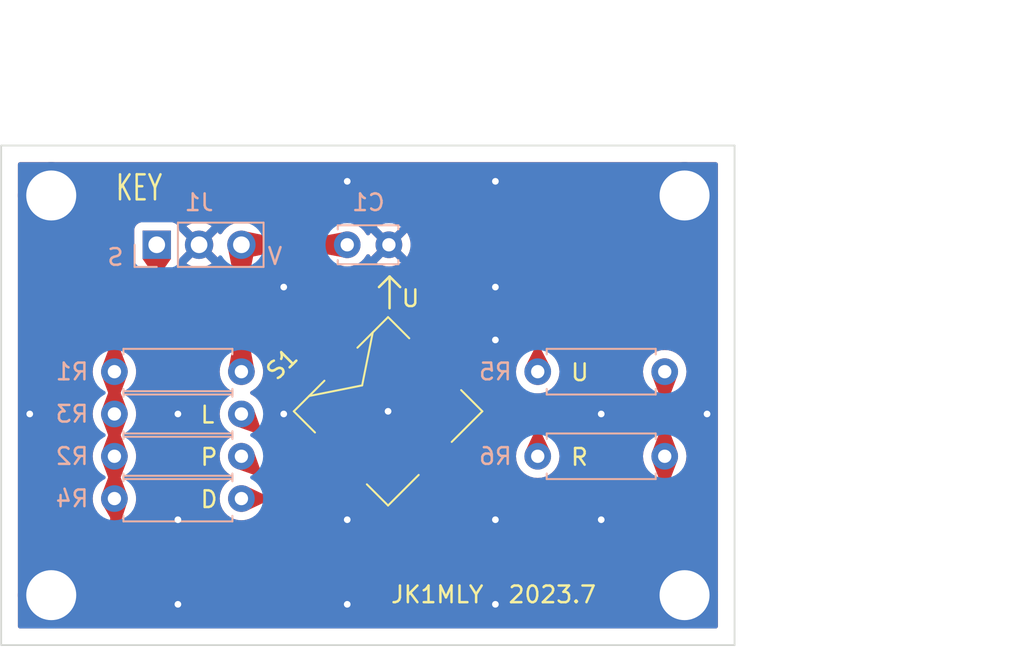
<source format=kicad_pcb>
(kicad_pcb (version 20221018) (generator pcbnew)
  (layers (0 "F.Cu" signal) (31 "B.Cu" signal) (34 "B.Paste" user) (35 "F.Paste" user) (36 "B.SilkS" user "B.Silkscreen") (37 "F.SilkS" user "F.Silkscreen") (38 "B.Mask" user) (39 "F.Mask" user) (44 "Edge.Cuts" user))
  (net 0 "")
  (net 1 "GND")
  (net 2 "Net-(J1-Pin_3)")
  (net 3 "Net-(S1-SW)")
  (net 4 "Net-(S1-A)")
  (net 5 "Net-(S1-C)")
  (net 6 "Net-(S1-B)")
  (net 7 "Net-(J1-Pin_1)")
  (net 8 "Net-(S1-D)")
  (footprint "usr-Library:TestPoint_Plated_Hole_D3.0mm" (layer "F.Cu") (at 132 82)
    (fp_text reference "TP4" hide)
    (fp_text value "GND")
    (pad "1" thru_hole circle (at 0 0) (size 4 4) (drill 3) (layers "*.Cu" "*.Mask") (net 1 "GND"))
  )
  (footprint "usr-Library:SO-SW" (layer "F.Cu") (at 114.21 70.96 45)
    (fp_text reference "S1" (at -2.5 -6.5 45) (layer "F.SilkS"))
    (fp_text value "SW")
    (fp_line (start -4 -4) (end -4 -2.2) (stroke (width 0.12)) (layer "F.SilkS"))
    (fp_line (start -4 -4) (end -1.4 -4) (stroke (width 0.12)) (layer "F.SilkS"))
    (fp_line (start -4 4) (end -4 2.2) (stroke (width 0.12)) (layer "F.SilkS"))
    (fp_line (start -1.4 4) (end -4 4) (stroke (width 0.12)) (layer "F.SilkS"))
    (fp_line (start 0 -2.2) (end -2.7 -4) (stroke (width 0.12)) (layer "F.SilkS"))
    (fp_line (start 0 -2.2) (end 2.7 -4) (stroke (width 0.12)) (layer "F.SilkS"))
    (fp_line (start 4 -4) (end 1.4 -4) (stroke (width 0.12)) (layer "F.SilkS"))
    (fp_line (start 4 -2.2) (end 4 -4) (stroke (width 0.12)) (layer "F.SilkS"))
    (fp_line (start 4 2.2) (end 4 4) (stroke (width 0.12)) (layer "F.SilkS"))
    (fp_line (start 4 4) (end 1.4 4) (stroke (width 0.12)) (layer "F.SilkS"))
    (pad "1" smd rect (at -3.9 -1.43 45) (size 2 1) (layers "F.Cu" "F.Paste" "F.Mask") (net 4 "Net-(S1-A)"))
    (pad "2" smd rect (at -3.9 0 45) (size 2 1) (layers "F.Cu" "F.Paste" "F.Mask") (net 3 "Net-(S1-SW)"))
    (pad "3" smd rect (at -3.9 1.43 45) (size 2 1) (layers "F.Cu" "F.Paste" "F.Mask") (net 5 "Net-(S1-C)"))
    (pad "4" smd rect (at 3.9 -1.43 45) (size 2 1) (layers "F.Cu" "F.Paste" "F.Mask") (net 6 "Net-(S1-B)"))
    (pad "5" smd rect (at 3.9 0 45) (size 2 1) (layers "F.Cu" "F.Paste" "F.Mask") (net 1 "GND"))
    (pad "6" smd rect (at 3.9 1.43 45) (size 2 1) (layers "F.Cu" "F.Paste" "F.Mask") (net 8 "Net-(S1-D)"))
    (pad "7" smd rect (at 0 -4.1 45) (size 2 2) (layers "F.Cu" "F.Paste" "F.Mask") (net 1 "GND"))
    (pad "8" smd rect (at 0 4.1 45) (size 2 2) (layers "F.Cu" "F.Paste" "F.Mask") (net 1 "GND"))
  )
  (footprint "usr-Library:TestPoint_Plated_Hole_D3.0mm" (layer "F.Cu") (at 94 82)
    (fp_text reference "TP1" hide)
    (fp_text value "GND")
    (pad "1" thru_hole circle (at 0 0) (size 4 4) (drill 3) (layers "*.Cu" "*.Mask") (net 1 "GND"))
  )
  (footprint "usr-Library:TestPoint_Plated_Hole_D3.0mm" (layer "F.Cu") (at 94 58)
    (fp_text reference "TP2" hide)
    (fp_text value "GND" hide)
    (pad "1" thru_hole circle (at 0 0) (size 4 4) (drill 3) (layers "*.Cu" "*.Mask") (net 1 "GND"))
  )
  (footprint "usr-Library:TestPoint_Plated_Hole_D3.0mm" (layer "F.Cu") (at 132 58)
    (fp_text reference "TP3" hide)
    (fp_text value "GND")
    (pad "1" thru_hole circle (at 0 0) (size 4 4) (drill 3) (layers "*.Cu" "*.Mask") (net 1 "GND"))
  )
  (footprint "Connector_PinSocket_2.54mm:PinSocket_1x03_P2.54mm_Vertical" (layer "B.Cu") (at 100.33 60.96 -90)
    (fp_text reference "J1" (at -2.54 -2.54 -180) (layer "B.SilkS") (effects (justify mirror)))
    (fp_text value "Conn_01x03_Socket")
    (fp_line (start -1.33 -6.41) (end 1.33 -6.41) (stroke (width 0.12)) (layer "B.SilkS"))
    (fp_line (start -1.33 -1.27) (end -1.33 -6.41) (stroke (width 0.12)) (layer "B.SilkS"))
    (fp_line (start -1.33 -1.27) (end 1.33 -1.27) (stroke (width 0.12)) (layer "B.SilkS"))
    (fp_line (start 0 1.33) (end 1.33 1.33) (stroke (width 0.12)) (layer "B.SilkS"))
    (fp_line (start 1.33 -1.27) (end 1.33 -6.41) (stroke (width 0.12)) (layer "B.SilkS"))
    (fp_line (start 1.33 1.33) (end 1.33 0) (stroke (width 0.12)) (layer "B.SilkS"))
    (pad "1" thru_hole rect (at 0 0 270) (size 1.7 1.7) (drill 1) (layers "*.Cu" "*.Mask") (net 7 "Net-(J1-Pin_1)"))
    (pad "2" thru_hole oval (at 0 -2.54 270) (size 1.7 1.7) (drill 1) (layers "*.Cu" "*.Mask") (net 1 "GND"))
    (pad "3" thru_hole oval (at 0 -5.08 270) (size 1.7 1.7) (drill 1) (layers "*.Cu" "*.Mask") (net 2 "Net-(J1-Pin_3)"))
  )
  (footprint "Capacitor_THT:C_Disc_D3.4mm_W2.1mm_P2.50mm" (layer "B.Cu") (at 111.76 60.96)
    (fp_text reference "C1" (at 1.27 -2.54) (layer "B.SilkS") (effects (justify mirror)))
    (fp_text value "0.1u")
    (fp_line (start -0.57 -1.17) (end 3.07 -1.17) (stroke (width 0.12)) (layer "B.SilkS"))
    (fp_line (start -0.57 -0.925) (end -0.57 -1.17) (stroke (width 0.12)) (layer "B.SilkS"))
    (fp_line (start -0.57 1.17) (end -0.57 0.925) (stroke (width 0.12)) (layer "B.SilkS"))
    (fp_line (start -0.57 1.17) (end 3.07 1.17) (stroke (width 0.12)) (layer "B.SilkS"))
    (fp_line (start 3.07 -0.925) (end 3.07 -1.17) (stroke (width 0.12)) (layer "B.SilkS"))
    (fp_line (start 3.07 1.17) (end 3.07 0.925) (stroke (width 0.12)) (layer "B.SilkS"))
    (pad "1" thru_hole circle (at 0 0) (size 1.6 1.6) (drill 0.8) (layers "*.Cu" "*.Mask") (net 2 "Net-(J1-Pin_3)"))
    (pad "2" thru_hole circle (at 2.5 0) (size 1.6 1.6) (drill 0.8) (layers "*.Cu" "*.Mask") (net 1 "GND"))
  )
  (footprint "Resistor_THT:R_Axial_DIN0207_L6.3mm_D2.5mm_P7.62mm_Horizontal" (layer "B.Cu") (at 97.79 68.58)
    (fp_text reference "R1" (at -2.54 0) (layer "B.SilkS") (effects (justify mirror)))
    (fp_text value "10k")
    (fp_line (start 0.54 -1.37) (end 7.08 -1.37) (stroke (width 0.12)) (layer "B.SilkS"))
    (fp_line (start 0.54 -1.04) (end 0.54 -1.37) (stroke (width 0.12)) (layer "B.SilkS"))
    (fp_line (start 0.54 1.04) (end 0.54 1.37) (stroke (width 0.12)) (layer "B.SilkS"))
    (fp_line (start 0.54 1.37) (end 7.08 1.37) (stroke (width 0.12)) (layer "B.SilkS"))
    (fp_line (start 7.08 -1.37) (end 7.08 -1.04) (stroke (width 0.12)) (layer "B.SilkS"))
    (fp_line (start 7.08 1.37) (end 7.08 1.04) (stroke (width 0.12)) (layer "B.SilkS"))
    (pad "1" thru_hole circle (at 0 0) (size 1.6 1.6) (drill 0.8) (layers "*.Cu" "*.Mask") (net 7 "Net-(J1-Pin_1)"))
    (pad "2" thru_hole oval (at 7.62 0) (size 1.6 1.6) (drill 0.8) (layers "*.Cu" "*.Mask") (net 2 "Net-(J1-Pin_3)"))
  )
  (footprint "Resistor_THT:R_Axial_DIN0207_L6.3mm_D2.5mm_P7.62mm_Horizontal" (layer "B.Cu") (at 123.19 73.66)
    (fp_text reference "R6" (at -2.54 0) (layer "B.SilkS") (effects (justify mirror)))
    (fp_text value "15k")
    (fp_line (start 0.54 -1.37) (end 7.08 -1.37) (stroke (width 0.12)) (layer "B.SilkS"))
    (fp_line (start 0.54 -1.04) (end 0.54 -1.37) (stroke (width 0.12)) (layer "B.SilkS"))
    (fp_line (start 0.54 1.04) (end 0.54 1.37) (stroke (width 0.12)) (layer "B.SilkS"))
    (fp_line (start 0.54 1.37) (end 7.08 1.37) (stroke (width 0.12)) (layer "B.SilkS"))
    (fp_line (start 7.08 -1.37) (end 7.08 -1.04) (stroke (width 0.12)) (layer "B.SilkS"))
    (fp_line (start 7.08 1.37) (end 7.08 1.04) (stroke (width 0.12)) (layer "B.SilkS"))
    (pad "1" thru_hole circle (at 0 0) (size 1.6 1.6) (drill 0.8) (layers "*.Cu" "*.Mask") (net 8 "Net-(S1-D)"))
    (pad "2" thru_hole oval (at 7.62 0) (size 1.6 1.6) (drill 0.8) (layers "*.Cu" "*.Mask") (net 7 "Net-(J1-Pin_1)"))
  )
  (footprint "Resistor_THT:R_Axial_DIN0207_L6.3mm_D2.5mm_P7.62mm_Horizontal" (layer "B.Cu") (at 123.19 68.58)
    (fp_text reference "R5" (at -2.54 0) (layer "B.SilkS") (effects (justify mirror)))
    (fp_text value "3.3k")
    (fp_line (start 0.54 -1.37) (end 7.08 -1.37) (stroke (width 0.12)) (layer "B.SilkS"))
    (fp_line (start 0.54 -1.04) (end 0.54 -1.37) (stroke (width 0.12)) (layer "B.SilkS"))
    (fp_line (start 0.54 1.04) (end 0.54 1.37) (stroke (width 0.12)) (layer "B.SilkS"))
    (fp_line (start 0.54 1.37) (end 7.08 1.37) (stroke (width 0.12)) (layer "B.SilkS"))
    (fp_line (start 7.08 -1.37) (end 7.08 -1.04) (stroke (width 0.12)) (layer "B.SilkS"))
    (fp_line (start 7.08 1.37) (end 7.08 1.04) (stroke (width 0.12)) (layer "B.SilkS"))
    (pad "1" thru_hole circle (at 0 0) (size 1.6 1.6) (drill 0.8) (layers "*.Cu" "*.Mask") (net 6 "Net-(S1-B)"))
    (pad "2" thru_hole oval (at 7.62 0) (size 1.6 1.6) (drill 0.8) (layers "*.Cu" "*.Mask") (net 7 "Net-(J1-Pin_1)"))
  )
  (footprint "Resistor_THT:R_Axial_DIN0207_L6.3mm_D2.5mm_P7.62mm_Horizontal" (layer "B.Cu") (at 105.41 76.2 180)
    (fp_text reference "R4" (at 10.16 0) (layer "B.SilkS") (effects (justify mirror)))
    (fp_text value "1.5k")
    (fp_line (start 0.54 -1.37) (end 7.08 -1.37) (stroke (width 0.12)) (layer "B.SilkS"))
    (fp_line (start 0.54 -1.04) (end 0.54 -1.37) (stroke (width 0.12)) (layer "B.SilkS"))
    (fp_line (start 0.54 1.04) (end 0.54 1.37) (stroke (width 0.12)) (layer "B.SilkS"))
    (fp_line (start 0.54 1.37) (end 7.08 1.37) (stroke (width 0.12)) (layer "B.SilkS"))
    (fp_line (start 7.08 -1.37) (end 7.08 -1.04) (stroke (width 0.12)) (layer "B.SilkS"))
    (fp_line (start 7.08 1.37) (end 7.08 1.04) (stroke (width 0.12)) (layer "B.SilkS"))
    (pad "1" thru_hole circle (at 0 0 180) (size 1.6 1.6) (drill 0.8) (layers "*.Cu" "*.Mask") (net 5 "Net-(S1-C)"))
    (pad "2" thru_hole oval (at 7.62 0 180) (size 1.6 1.6) (drill 0.8) (layers "*.Cu" "*.Mask") (net 7 "Net-(J1-Pin_1)"))
  )
  (footprint "Resistor_THT:R_Axial_DIN0207_L6.3mm_D2.5mm_P7.62mm_Horizontal" (layer "B.Cu") (at 105.41 71.12 180)
    (fp_text reference "R3" (at 10.16 0) (layer "B.SilkS") (effects (justify mirror)))
    (fp_text value "10k")
    (fp_line (start 0.54 -1.37) (end 7.08 -1.37) (stroke (width 0.12)) (layer "B.SilkS"))
    (fp_line (start 0.54 -1.04) (end 0.54 -1.37) (stroke (width 0.12)) (layer "B.SilkS"))
    (fp_line (start 0.54 1.04) (end 0.54 1.37) (stroke (width 0.12)) (layer "B.SilkS"))
    (fp_line (start 0.54 1.37) (end 7.08 1.37) (stroke (width 0.12)) (layer "B.SilkS"))
    (fp_line (start 7.08 -1.37) (end 7.08 -1.04) (stroke (width 0.12)) (layer "B.SilkS"))
    (fp_line (start 7.08 1.37) (end 7.08 1.04) (stroke (width 0.12)) (layer "B.SilkS"))
    (pad "1" thru_hole circle (at 0 0 180) (size 1.6 1.6) (drill 0.8) (layers "*.Cu" "*.Mask") (net 4 "Net-(S1-A)"))
    (pad "2" thru_hole oval (at 7.62 0 180) (size 1.6 1.6) (drill 0.8) (layers "*.Cu" "*.Mask") (net 7 "Net-(J1-Pin_1)"))
  )
  (footprint "Resistor_THT:R_Axial_DIN0207_L6.3mm_D2.5mm_P7.62mm_Horizontal" (layer "B.Cu") (at 105.41 73.66 180)
    (fp_text reference "R2" (at 10.16 0) (layer "B.SilkS") (effects (justify mirror)))
    (fp_text value "33k")
    (fp_line (start 0.54 -1.37) (end 7.08 -1.37) (stroke (width 0.12)) (layer "B.SilkS"))
    (fp_line (start 0.54 -1.04) (end 0.54 -1.37) (stroke (width 0.12)) (layer "B.SilkS"))
    (fp_line (start 0.54 1.04) (end 0.54 1.37) (stroke (width 0.12)) (layer "B.SilkS"))
    (fp_line (start 0.54 1.37) (end 7.08 1.37) (stroke (width 0.12)) (layer "B.SilkS"))
    (fp_line (start 7.08 -1.37) (end 7.08 -1.04) (stroke (width 0.12)) (layer "B.SilkS"))
    (fp_line (start 7.08 1.37) (end 7.08 1.04) (stroke (width 0.12)) (layer "B.SilkS"))
    (pad "1" thru_hole circle (at 0 0 180) (size 1.6 1.6) (drill 0.8) (layers "*.Cu" "*.Mask") (net 3 "Net-(S1-SW)"))
    (pad "2" thru_hole oval (at 7.62 0 180) (size 1.6 1.6) (drill 0.8) (layers "*.Cu" "*.Mask") (net 7 "Net-(J1-Pin_1)"))
  )
  (gr_line (start 114.3 62.865) (end 114.935 63.5) (stroke (width 0.15)) (layer "F.SilkS"))
  (gr_line (start 114.3 62.865) (end 113.665 63.5) (stroke (width 0.15)) (layer "F.SilkS"))
  (gr_line (start 114.3 64.77) (end 114.3 62.865) (stroke (width 0.15)) (layer "F.SilkS"))
  (gr_line (start 91 55) (end 135 55) (stroke (width 0.1)) (layer "Edge.Cuts"))
  (gr_line (start 91 85) (end 91 55) (stroke (width 0.1)) (layer "Edge.Cuts"))
  (gr_line (start 135 85) (end 91 85) (stroke (width 0.1)) (layer "Edge.Cuts"))
  (gr_line (start 135 55) (end 135 85) (stroke (width 0.1)) (layer "Edge.Cuts"))
  (gr_text "V" (at 107.95 62.23) (layer "B.SilkS") (effects (font (size 1 1)) (justify left bottom mirror)))
  (gr_text "S" (at 98.425 62.29) (layer "B.SilkS") (effects (font (size 1 1)) (justify left bottom mirror)))
  (gr_text "U" (at 114.935 64.77) (layer "F.SilkS") (effects (font (size 1 1)) (justify left bottom)))
  (gr_text "U" (at 125.095 69.215) (layer "F.SilkS") (effects (font (size 1 1)) (justify left bottom)))
  (gr_text "R" (at 125.095 74.295) (layer "F.SilkS") (effects (font (size 1 1)) (justify left bottom)))
  (gr_text "L" (at 102.87 71.755) (layer "F.SilkS") (effects (font (size 1 1)) (justify left bottom)))
  (gr_text "P" (at 102.87 74.295) (layer "F.SilkS") (effects (font (size 1 1)) (justify left bottom)))
  (gr_text "JK1MLY  2023.7" (at 114.3 82.55) (layer "F.SilkS") (effects (font (size 1 1)) (justify left bottom)))
  (gr_text "KEY" (at 97.79 58.42) (layer "F.SilkS") (effects (font (size 1.5 1)) (justify left bottom)))
  (gr_text "D" (at 102.87 76.835) (layer "F.SilkS") (effects (font (size 1 1)) (justify left bottom)))
  (via (at 92.71 71.12) (size 0.8) (drill 0.4) (layers "F.Cu" "B.Cu") (net 1))
  (via (at 127 77.47) (size 0.8) (drill 0.4) (layers "F.Cu" "B.Cu") (net 1))
  (via (at 111.76 77.47) (size 0.8) (drill 0.4) (layers "F.Cu" "B.Cu") (net 1))
  (via (at 101.6 77.47) (size 0.8) (drill 0.4) (layers "F.Cu" "B.Cu") (net 1))
  (via (at 133.35 71.12) (size 0.8) (drill 0.4) (layers "F.Cu" "B.Cu") (net 1))
  (via (at 120.65 57.15) (size 0.8) (drill 0.4) (layers "F.Cu" "B.Cu") (net 1))
  (via (at 127 71.12) (size 0.8) (drill 0.4) (layers "F.Cu" "B.Cu") (net 1))
  (via (at 120.65 63.5) (size 0.8) (drill 0.4) (layers "F.Cu" "B.Cu") (net 1))
  (via (at 120.65 66.675) (size 0.8) (drill 0.4) (layers "F.Cu" "B.Cu") (net 1))
  (via (at 120.65 82.55) (size 0.8) (drill 0.4) (layers "F.Cu" "B.Cu") (net 1))
  (via (at 114.21 70.96) (size 0.8) (drill 0.4) (layers "F.Cu" "B.Cu") (net 1))
  (via (at 101.6 82.55) (size 0.8) (drill 0.4) (layers "F.Cu" "B.Cu") (net 1))
  (via (at 111.76 57.15) (size 0.8) (drill 0.4) (layers "F.Cu" "B.Cu") (net 1))
  (via (at 101.6 71.12) (size 0.8) (drill 0.4) (layers "F.Cu" "B.Cu") (net 1))
  (via (at 107.95 71.12) (size 0.8) (drill 0.4) (layers "F.Cu" "B.Cu") (net 1))
  (via (at 111.76 82.55) (size 0.8) (drill 0.4) (layers "F.Cu" "B.Cu") (net 1))
  (via (at 107.95 63.5) (size 0.8) (drill 0.4) (layers "F.Cu" "B.Cu") (net 1))
  (via (at 120.65 77.47) (size 0.8) (drill 0.4) (layers "F.Cu" "B.Cu") (net 1))
  (segment (start 105.41 60.96) (end 105.41 68.58) (width 1) (layer "F.Cu") (net 2))
  (segment (start 105.41 60.96) (end 111.76 60.96) (width 1) (layer "F.Cu") (net 2))
  (segment (start 111.452284 73.717716) (end 110.24 74.93) (width 0.25) (layer "F.Cu") (net 3))
  (segment (start 110.24 74.93) (end 106.68 74.93) (width 0.25) (layer "F.Cu") (net 3))
  (segment (start 106.68 74.93) (end 105.41 73.66) (width 0.25) (layer "F.Cu") (net 3))
  (segment (start 108.204 73.914) (end 105.41 71.12) (width 0.25) (layer "F.Cu") (net 4))
  (segment (start 110.441121 72.706554) (end 109.233675 73.914) (width 0.25) (layer "F.Cu") (net 4))
  (segment (start 109.233675 73.914) (end 108.204 73.914) (width 0.25) (layer "F.Cu") (net 4))
  (segment (start 110.992325 76.2) (end 112.463446 74.728879) (width 0.25) (layer "F.Cu") (net 5))
  (segment (start 105.41 76.2) (end 110.992325 76.2) (width 0.25) (layer "F.Cu") (net 5))
  (segment (start 106.68 76.2) (end 105.41 76.2) (width 0.25) (layer "F.Cu") (net 5))
  (segment (start 121.412 65.278) (end 123.19 67.056) (width 0.25) (layer "F.Cu") (net 6))
  (segment (start 115.956554 67.191121) (end 117.869675 65.278) (width 0.25) (layer "F.Cu") (net 6))
  (segment (start 123.19 67.056) (end 123.19 68.58) (width 0.25) (layer "F.Cu") (net 6))
  (segment (start 117.869675 65.278) (end 121.412 65.278) (width 0.25) (layer "F.Cu") (net 6))
  (segment (start 100.33 60.96) (end 100.33 63.5) (width 0.5) (layer "F.Cu") (net 7))
  (segment (start 100.33 80.01) (end 127 80.01) (width 0.5) (layer "F.Cu") (net 7))
  (segment (start 130.81 73.66) (end 130.81 68.58) (width 0.5) (layer "F.Cu") (net 7))
  (segment (start 130.81 73.66) (end 130.81 76.2) (width 0.5) (layer "F.Cu") (net 7))
  (segment (start 97.79 71.12) (end 97.79 73.66) (width 0.5) (layer "F.Cu") (net 7))
  (segment (start 97.79 66.04) (end 97.79 68.58) (width 0.5) (layer "F.Cu") (net 7))
  (segment (start 97.79 68.58) (end 97.79 71.12) (width 0.5) (layer "F.Cu") (net 7))
  (segment (start 97.79 77.47) (end 100.33 80.01) (width 0.5) (layer "F.Cu") (net 7))
  (segment (start 100.33 63.5) (end 97.79 66.04) (width 0.5) (layer "F.Cu") (net 7))
  (segment (start 97.79 76.2) (end 97.79 77.47) (width 0.5) (layer "F.Cu") (net 7))
  (segment (start 130.81 76.2) (end 127 80.01) (width 0.5) (layer "F.Cu") (net 7))
  (segment (start 97.79 73.66) (end 97.79 76.2) (width 0.5) (layer "F.Cu") (net 7))
  (segment (start 117.978879 69.213446) (end 119.120325 68.072) (width 0.25) (layer "F.Cu") (net 8))
  (segment (start 120.142 68.072) (end 123.19 71.12) (width 0.25) (layer "F.Cu") (net 8))
  (segment (start 119.120325 68.072) (end 120.142 68.072) (width 0.25) (layer "F.Cu") (net 8))
  (segment (start 123.19 71.12) (end 123.19 73.66) (width 0.25) (layer "F.Cu") (net 8))
  (zone (net 1) (net_name "GND") (layer "F.Cu") (connect_pads (clearance 0.5)) (min_thickness 0.25) (fill yes (thermal_gap 0.5) (thermal_bridge_width 0.5))
    (polygon (pts (xy 92 56) (xy 134 56) (xy 134 84) (xy 92 84)))
  )
  (zone (net 1) (net_name "GND") (layer "B.Cu") (priority 1) (connect_pads (clearance 0.5)) (min_thickness 0.25) (fill yes (thermal_gap 0.5) (thermal_bridge_width 0.5))
    (polygon (pts (xy 134 56) (xy 134 84) (xy 92 84) (xy 92 56)))
  )
)
</source>
